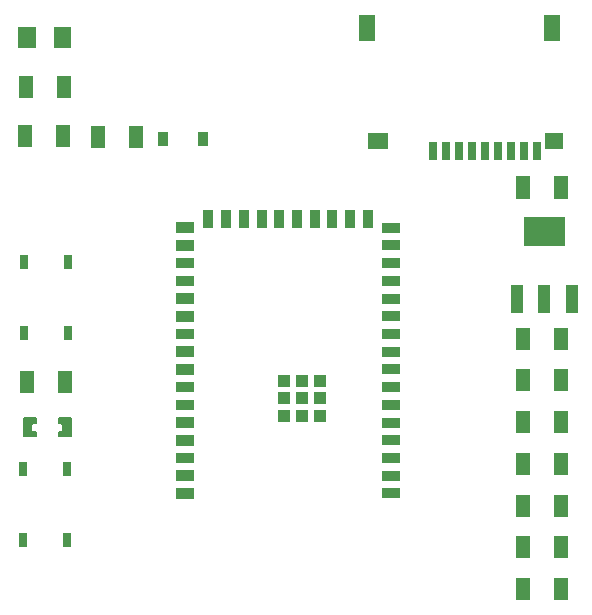
<source format=gtp>
G04 Layer: TopPasteMaskLayer*
G04 EasyEDA v6.4.25, 2021-10-04T21:21:11--4:00*
G04 2cf70da8eae2490c89e5189a04a06a47,96b9eb17c6bf4bf1aa34359f555252a9,10*
G04 Gerber Generator version 0.2*
G04 Scale: 100 percent, Rotated: No, Reflected: No *
G04 Dimensions in millimeters *
G04 leading zeros omitted , absolute positions ,4 integer and 5 decimal *
%FSLAX45Y45*%
%MOMM*%

%ADD15R,0.7000X1.3000*%
%ADD17R,0.9500X1.1500*%
%ADD19R,1.0500X2.4650*%
%ADD21R,1.2000X1.9000*%
%ADD22R,0.7010X1.6002*%
%ADD23R,1.6002X1.3995*%
%ADD24R,1.3995X2.1996*%
%ADD25R,1.8009X1.3995*%
%ADD26R,1.5000X0.9000*%
%ADD27R,0.9000X1.5000*%
%ADD28R,1.0500X1.0500*%

%LPD*%
G36*
X-1158240Y-2524963D02*
G01*
X-1168247Y-2534970D01*
X-1168247Y-2685034D01*
X-1158240Y-2695041D01*
X-1057503Y-2695041D01*
X-1047496Y-2685034D01*
X-1047496Y-2648915D01*
X-1057503Y-2638907D01*
X-1078534Y-2638907D01*
X-1088542Y-2628900D01*
X-1088542Y-2591104D01*
X-1078534Y-2581097D01*
X-1057503Y-2581097D01*
X-1047496Y-2571089D01*
X-1047496Y-2534970D01*
X-1057503Y-2524963D01*
G37*
G36*
X-862482Y-2524963D02*
G01*
X-872490Y-2534970D01*
X-872490Y-2571089D01*
X-862482Y-2581097D01*
X-841451Y-2581097D01*
X-831443Y-2591104D01*
X-831443Y-2628900D01*
X-841451Y-2638907D01*
X-862482Y-2638907D01*
X-872490Y-2648915D01*
X-872490Y-2685034D01*
X-862482Y-2695041D01*
X-761746Y-2695041D01*
X-751738Y-2685034D01*
X-751738Y-2534970D01*
X-761746Y-2524963D01*
G37*
D15*
G01*
X-1165001Y-3559992D03*
G01*
X-1165001Y-2960019D03*
G01*
X-794999Y-3559992D03*
G01*
X-794999Y-2960019D03*
G36*
X-1205001Y780000D02*
G01*
X-1054999Y780000D01*
X-1054999Y600001D01*
X-1205001Y600001D01*
G37*
G36*
X-905001Y780000D02*
G01*
X-754999Y780000D01*
X-754999Y600001D01*
X-905001Y600001D01*
G37*
D17*
G01*
X20772Y-170007D03*
G01*
X359252Y-170007D03*
D19*
G01*
X3020004Y-1525757D03*
G01*
X3250001Y-1525757D03*
G01*
X3479998Y-1525757D03*
G36*
X3427001Y-1077501D02*
G01*
X3073001Y-1077501D01*
X3073001Y-830999D01*
X3427001Y-830999D01*
G37*
G36*
X-269991Y-54998D02*
G01*
X-149992Y-54998D01*
X-149992Y-245000D01*
X-269991Y-245000D01*
G37*
G36*
X-590006Y-54998D02*
G01*
X-470006Y-54998D01*
X-470006Y-245000D01*
X-590006Y-245000D01*
G37*
D15*
G01*
X-1155019Y-1809983D03*
G01*
X-1155019Y-1210010D03*
G01*
X-784992Y-1809983D03*
G01*
X-784992Y-1210010D03*
D21*
G01*
X3390005Y-3273328D03*
G01*
X3069991Y-3273328D03*
G01*
X3390005Y-2213335D03*
G01*
X3069991Y-2213335D03*
G01*
X3390005Y-2919989D03*
G01*
X3069991Y-2919989D03*
G01*
X3390005Y-3980007D03*
G01*
X3069991Y-3980007D03*
G36*
X3009999Y-1765000D02*
G01*
X3129998Y-1765000D01*
X3129998Y-1955002D01*
X3009999Y-1955002D01*
G37*
G36*
X3330013Y-1765000D02*
G01*
X3450013Y-1765000D01*
X3450013Y-1955002D01*
X3330013Y-1955002D01*
G37*
G01*
X-1140007Y269996D03*
G01*
X-819993Y269996D03*
G01*
X3390005Y-3626667D03*
G01*
X3069991Y-3626667D03*
G01*
X3390005Y-2566675D03*
G01*
X3069991Y-2566675D03*
D22*
G01*
X2306899Y-272648D03*
G01*
X2416906Y-272648D03*
G01*
X2526913Y-272648D03*
G01*
X2636895Y-272648D03*
G01*
X2746903Y-272648D03*
G01*
X2856910Y-272648D03*
G01*
X2966892Y-272648D03*
G01*
X3076900Y-272648D03*
G01*
X3186907Y-272648D03*
D23*
G01*
X3331890Y-187355D03*
D24*
G01*
X3311900Y772637D03*
D25*
G01*
X1836846Y-187304D03*
D24*
G01*
X1751909Y772637D03*
D26*
G01*
X1955007Y-2270003D03*
G01*
X1955007Y-2119990D03*
G01*
X1955007Y-1970003D03*
G01*
X1955007Y-1819991D03*
G01*
X1955007Y-1670004D03*
G01*
X1955007Y-1519991D03*
G01*
X1955007Y-1370004D03*
G01*
X1955007Y-1219992D03*
G01*
X1955007Y-1070005D03*
G01*
X1955007Y-919993D03*
G01*
X1955007Y-2419990D03*
G01*
X1955007Y-2570002D03*
G01*
X1955007Y-2719989D03*
G01*
X1955007Y-2870001D03*
G01*
X1955007Y-3020014D03*
G01*
X1955007Y-3170001D03*
D27*
G01*
X1755007Y-845012D03*
G01*
X1604995Y-845012D03*
G01*
X1455008Y-845012D03*
G01*
X1304996Y-845012D03*
G01*
X1155009Y-845012D03*
G01*
X1004996Y-845012D03*
G01*
X855009Y-845012D03*
G01*
X704997Y-845012D03*
G01*
X555010Y-845012D03*
G01*
X404997Y-845012D03*
G36*
X129999Y-874999D02*
G01*
X280001Y-874999D01*
X280001Y-965001D01*
X129999Y-965001D01*
G37*
G36*
X129999Y-1024999D02*
G01*
X280001Y-1024999D01*
X280001Y-1115001D01*
X129999Y-1115001D01*
G37*
G36*
X129999Y-1174998D02*
G01*
X280001Y-1174998D01*
X280001Y-1265001D01*
X129999Y-1265001D01*
G37*
G36*
X129999Y-1324998D02*
G01*
X280001Y-1324998D01*
X280001Y-1415000D01*
X129999Y-1415000D01*
G37*
G36*
X129999Y-1474998D02*
G01*
X280001Y-1474998D01*
X280001Y-1565000D01*
X129999Y-1565000D01*
G37*
G36*
X129999Y-1624998D02*
G01*
X280001Y-1624998D01*
X280001Y-1715000D01*
X129999Y-1715000D01*
G37*
G36*
X129999Y-1775000D02*
G01*
X280001Y-1775000D01*
X280001Y-1865002D01*
X129999Y-1865002D01*
G37*
G36*
X129999Y-1924999D02*
G01*
X280001Y-1924999D01*
X280001Y-2015002D01*
X129999Y-2015002D01*
G37*
G36*
X129999Y-2074999D02*
G01*
X280001Y-2074999D01*
X280001Y-2165002D01*
X129999Y-2165002D01*
G37*
G36*
X129999Y-2224999D02*
G01*
X280001Y-2224999D01*
X280001Y-2315001D01*
X129999Y-2315001D01*
G37*
G36*
X129999Y-2374999D02*
G01*
X280001Y-2374999D01*
X280001Y-2465001D01*
X129999Y-2465001D01*
G37*
G36*
X129999Y-2524998D02*
G01*
X280001Y-2524998D01*
X280001Y-2615001D01*
X129999Y-2615001D01*
G37*
G36*
X129999Y-2674998D02*
G01*
X280001Y-2674998D01*
X280001Y-2765000D01*
X129999Y-2765000D01*
G37*
G36*
X129999Y-2824998D02*
G01*
X280001Y-2824998D01*
X280001Y-2915000D01*
X129999Y-2915000D01*
G37*
G36*
X129999Y-2975000D02*
G01*
X280001Y-2975000D01*
X280001Y-3065002D01*
X129999Y-3065002D01*
G37*
G36*
X129999Y-3125000D02*
G01*
X280001Y-3125000D01*
X280001Y-3215002D01*
X129999Y-3215002D01*
G37*
D28*
G01*
X1349014Y-2515011D03*
G01*
X1199001Y-2515011D03*
G01*
X1048989Y-2515011D03*
G01*
X1048989Y-2364999D03*
G01*
X1199001Y-2364999D03*
G01*
X1349014Y-2364999D03*
G01*
X1048989Y-2215012D03*
G01*
X1199001Y-2215012D03*
G01*
X1349014Y-2215012D03*
D21*
G01*
X-830000Y-140009D03*
G01*
X-1150015Y-140009D03*
G36*
X3010001Y-485000D02*
G01*
X3130001Y-485000D01*
X3130001Y-675002D01*
X3010001Y-675002D01*
G37*
G36*
X3330016Y-485000D02*
G01*
X3450015Y-485000D01*
X3450015Y-675002D01*
X3330016Y-675002D01*
G37*
G01*
X-810011Y-2229998D03*
G01*
X-1130025Y-2229998D03*
M02*

</source>
